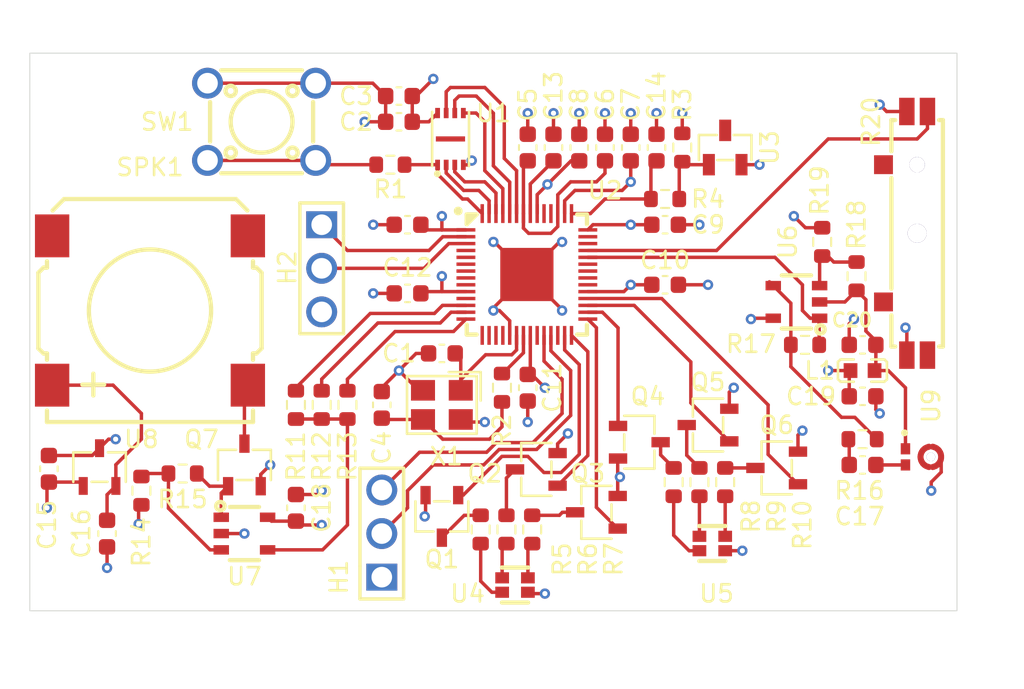
<source format=kicad_pcb>
(kicad_pcb (version 20240108) (generator "pcbnew") (generator_version "8.0")
  (layers (0 "F.Cu" signal) (1 "In1.Cu" signal) (2 "In2.Cu" signal) (31 "B.Cu" signal) (34 "B.Paste" user) (35 "F.Paste" user) (36 "B.SilkS" user "B.Silkscreen") (37 "F.SilkS" user "F.Silkscreen") (38 "B.Mask" user) (39 "F.Mask" user) (44 "Edge.Cuts" user))
  (net 0 "")
  (net 1 "/RP2040/SWD")
  (net 2 "GND")
  (net 3 "/RP2040/SWCLK")
  (net 4 "/RP2040/UART_TX")
  (net 5 "/RP2040/UART_RX")
  (net 6 "VDD_3V3")
  (net 7 "Net-(U6-V-)")
  (net 8 "/RED_LIGHT_RX")
  (net 9 "Net-(Q1-D)")
  (net 10 "/GREEN_LIGHT_RX")
  (net 11 "Net-(Q2-D)")
  (net 12 "Net-(Q3-D)")
  (net 13 "/BLUE_LIGHT_RX")
  (net 14 "/RED_LIGHT_TX")
  (net 15 "Net-(Q4-D)")
  (net 16 "/GREEN_LIGHT_TX")
  (net 17 "Net-(Q5-D)")
  (net 18 "/BLUE_LIGHT_TX")
  (net 19 "Net-(Q6-D)")
  (net 20 "Net-(Q7-D)")
  (net 21 "Net-(Q7-G)")
  (net 25 "/RP2040/ADC_POT_INPUT")
  (net 28 "Net-(SPK1-+)")
  (net 29 "Net-(R1-Pad2)")
  (net 31 "/RP2040/QSPI_SD3")
  (net 32 "/RP2040/QSPI_SD2")
  (net 33 "/RP2040/QSPI_SCLK")
  (net 34 "/RP2040/QSPI_SD0")
  (net 35 "/RP2040/QSPI_SD1")
  (net 36 "/RP2040/QSOI_SS")
  (net 42 "Net-(U2-ADC_AVDD)")
  (net 43 "/RP2040/ADC_AUDIO_INPUT")
  (net 45 "/RP2040/GREEN_SOUND_OUT")
  (net 47 "/RP2040/BLUE_SOUND_OUT")
  (net 49 "Net-(U2-XIN)")
  (net 52 "VDD_1V1")
  (net 55 "/RP2040/RED_SOUND_OUT")
  (net 59 "Net-(U3-CAT)")
  (net 61 "Net-(U4-B)")
  (net 62 "Net-(U4-R)")
  (net 63 "Net-(U4-G)")
  (net 64 "Net-(U5-G)")
  (net 65 "Net-(U5-R)")
  (net 66 "Net-(U5-B)")
  (net 67 "Net-(U6-IN+)")
  (net 68 "Net-(U6-IN-)")
  (net 69 "Net-(U7-IN+)")
  (net 70 "Net-(U7-IN-)")
  (net 71 "Net-(U9-OUT)")
  (net 72 "Net-(X1-OSC2)")
  (net 73 "Net-(C17-Pad1)")
  (net 74 "Net-(U2-XOUT)")
  (footprint "Resistor_SMD:R_0603_1608Metric" (layer "F.Cu") (at 95 72 90)
    (property "Reference" "R12")
    (property "Value" "10k")
  )
  (footprint "Resistor_SMD:R_0603_1608Metric" (layer "F.Cu") (at 105.5 71 90)
    (property "Reference" "R2")
    (property "Value" "1k")
  )
  (footprint "easyeda2kicad:HDR-TH_3P-P2.54-V-M-1" (layer "F.Cu") (at 98.5 79.5 90)
    (property "Reference" "H1")
    (property "Value" "Header-Male-2.54_1x3")
  )
  (footprint "easyeda2kicad:SOT-23-5_L2.9-W1.5-P0.95-LS2.8-BL" (layer "F.Cu") (at 90.5 79.5 -90)
    (property "Reference" "U7")
    (property "Value" "TL071HIDBVR")
  )
  (footprint "Capacitor_SMD:C_0603_1608Metric" (layer "F.Cu") (at 100 65.5 180)
    (property "Reference" "C12")
    (property "Value" "100n")
  )
  (footprint "Capacitor_SMD:C_0603_1608Metric" (layer "F.Cu") (at 100 61.5 180)
    (property "Reference" "C21" (hide yes))
    (property "Value" "100n")
  )
  (footprint "easyeda2kicad:CRYSTAL-SMD_4P-L3.2-W2.5-BL" (layer "F.Cu") (at 102 72 180)
    (property "Reference" "X1")
    (property "Value" "X322512MSB4SI")
  )
  (footprint "Resistor_SMD:R_0603_1608Metric" (layer "F.Cu") (at 107.26 79.26 -90)
    (property "Reference" "R7")
    (property "Value" "800")
  )
  (footprint "Capacitor_SMD:C_0603_1608Metric" (layer "F.Cu") (at 111.5 57 90)
    (property "Reference" "C6")
    (property "Value" "2u2")
  )
  (footprint "Resistor_SMD:R_0603_1608Metric" (layer "F.Cu") (at 126.5 74)
    (property "Reference" "R16")
    (property "Value" "800")
  )
  (footprint "Capacitor_SMD:C_0603_1608Metric" (layer "F.Cu") (at 115 65)
    (property "Reference" "C10")
    (property "Value" "100n")
  )
  (footprint "easyeda2kicad:SOT-23-3_L2.9-W1.6-P1.90-LS2.8-BR" (layer "F.Cu") (at 111 78.26)
    (property "Reference" "Q3")
    (property "Value" "BSS138_C112239")
  )
  (footprint "easyeda2kicad:LQFN-56_L7.0-W7.0-P0.4-EP" (layer "F.Cu") (at 106.95 64.4)
    (property "Reference" "U2")
    (property "Value" "RP2040")
  )
  (footprint "easyeda2kicad:BUZ-SMD_4P-L13.0-W13.0-P11.4-BL" (layer "F.Cu") (at 85 66.5)
    (property "Reference" "SPK1")
    (property "Value" "GSPK1304S-8R0.5W")
  )
  (footprint "Capacitor_SMD:C_0603_1608Metric" (layer "F.Cu") (at 108.5 57 90)
    (property "Reference" "C13")
    (property "Value" "100n")
  )
  (footprint "Resistor_SMD:R_0603_1608Metric" (layer "F.Cu") (at 96.5 72 90)
    (property "Reference" "R13")
    (property "Value" "10k")
  )
  (footprint "Capacitor_SMD:C_0603_1608Metric" (layer "F.Cu") (at 79.1125 75.725 -90)
    (property "Reference" "C15")
    (property "Value" "1u")
  )
  (footprint "Capacitor_SMD:C_0603_1608Metric" (layer "F.Cu") (at 107 71 -90)
    (property "Reference" "C11")
    (property "Value" "100n")
  )
  (footprint "Resistor_SMD:R_0603_1608Metric" (layer "F.Cu") (at 126.15 64.5 90)
    (property "Reference" "R18")
    (property "Value" "100k")
  )
  (footprint "easyeda2kicad:SOT-23-3_L3.0-W1.7-P0.95-LS2.9-BR" (layer "F.Cu") (at 82.0625 75.625 -90)
    (property "Reference" "U8")
    (property "Value" "ME6206A20M3G")
  )
  (footprint "Capacitor_SMD:C_0603_1608Metric" (layer "F.Cu") (at 114.5 57 90)
    (property "Reference" "C14")
    (property "Value" "2u2")
  )
  (footprint "easyeda2kicad:SOT-23-3_L2.9-W1.3-P1.90-LS2.4-BR" (layer "F.Cu") (at 118.5 57 -90)
    (property "Reference" "U3")
    (property "Value" "LM4040C30FTA")
  )
  (footprint "Capacitor_SMD:C_0603_1608Metric" (layer "F.Cu") (at 93.5 78 90)
    (property "Reference" "C18")
    (property "Value" "1u")
  )
  (footprint "easyeda2kicad:SOT-23-3_L2.9-W1.6-P1.90-LS2.8-BR" (layer "F.Cu") (at 117.5 73.175)
    (property "Reference" "Q5")
    (property "Value" "BSS138_C112239")
  )
  (footprint "Capacitor_SMD:C_0603_1608Metric" (layer "F.Cu") (at 126.5 68.5 180)
    (property "Reference" "C20")
    (property "Value" "1u")
  )
  (footprint "Resistor_SMD:R_0603_1608Metric" (layer "F.Cu") (at 86.9 76 180)
    (property "Reference" "R15")
    (property "Value" "20k")
  )
  (footprint "easyeda2kicad:LED-SMD_4P-L1.6-W1.5-BL-1" (layer "F.Cu") (at 117.75 80.08)
    (property "Reference" "U5")
    (property "Value" "A-SP1923XR6GHB1C-M01-3T")
  )
  (footprint "Resistor_SMD:R_0603_1608Metric" (layer "F.Cu") (at 93.5 72 90)
    (property "Reference" "R11")
    (property "Value" "10k")
  )
  (footprint "Resistor_SMD:R_0603_1608Metric" (layer "F.Cu") (at 84.5 77 90)
    (property "Reference" "R14")
    (property "Value" "10k")
  )
  (footprint "Resistor_SMD:R_0603_1608Metric" (layer "F.Cu") (at 115 60)
    (property "Reference" "R4")
    (property "Value" "1")
  )
  (footprint "easyeda2kicad:HDR-TH_3P-P2.54-V-M-1" (layer "F.Cu") (at 95 64.04 -90)
    (property "Reference" "H2")
    (property "Value" "Header-Male-2.54_1x3")
  )
  (footprint "Capacitor_SMD:C_0603_1608Metric" (layer "F.Cu") (at 126.5 71.5)
    (property "Reference" "C19")
    (property "Value" "1u")
  )
  (footprint "easyeda2kicad:SOT-23-3_L2.9-W1.6-P1.90-LS2.8-BR" (layer "F.Cu") (at 107.5 75.76)
    (property "Reference" "Q2")
    (property "Value" "BSS138_C112239")
  )
  (footprint "Resistor_SMD:R_0603_1608Metric" (layer "F.Cu") (at 117 76.5 -90)
    (property "Reference" "R9")
    (property "Value" "800")
  )
  (footprint "easyeda2kicad:SW-TH_4P-L6.0-W6.0-P4.50-LS6.3" (layer "F.Cu") (at 91.5 55.5 180)
    (property "Reference" "SW1")
    (property "Value" "TSD001A05526A")
  )
  (footprint "Capacitor_SMD:C_0603_1608Metric" (layer "F.Cu") (at 115 61.5)
    (property "Reference" "C9")
    (property "Value" "100n")
  )
  (footprint "Resistor_SMD:R_0603_1608Metric" (layer "F.Cu") (at 99 58 180)
    (property "Reference" "R1")
    (property "Value" "1k")
  )
  (footprint "Resistor_SMD:R_0603_1608Metric" (layer "F.Cu") (at 115.5 76.5 -90)
    (property "Reference" "R8")
    (property "Value" "500")
  )
  (footprint "Capacitor_SMD:C_0603_1608Metric" (layer "F.Cu") (at 102 69 180)
    (property "Reference" "C1")
    (property "Value" "15p")
  )
  (footprint "Capacitor_SMD:C_0603_1608Metric" (layer "F.Cu") (at 110 57 90)
    (property "Reference" "C8")
    (property "Value" "100n")
  )
  (footprint "easyeda2kicad:USON-8_L3.0-W2.0-P0.50-BL-EP" (layer "F.Cu") (at 102.5 56.5)
    (property "Reference" "U1")
    (property "Value" "W25Q16JVUXIQ")
  )
  (footprint "easyeda2kicad:SOT-23-3_L2.9-W1.6-P1.90-LS2.8-BR" (layer "F.Cu") (at 121.5 75.675)
    (property "Reference" "Q6")
    (property "Value" "BSS138_C112239")
  )
  (footprint "easyeda2kicad:SOT-23-3_L2.9-W1.6-P1.90-LS2.8-BR" (layer "F.Cu") (at 90.5 75.5 -90)
    (property "Reference" "Q7")
    (property "Value" "BSS138_C112239")
  )
  (footprint "Capacitor_SMD:C_0603_1608Metric" (layer "F.Cu") (at 99.5 55.5 180)
    (property "Reference" "C2")
    (property "Value" "100n")
  )
  (footprint "easyeda2kicad:SOT-23-3_L2.9-W1.6-P1.90-LS2.8-BR" (layer "F.Cu") (at 102 78.5 90)
    (property "Reference" "Q1")
    (property "Value" "BSS138_C112239")
  )
  (footprint "Capacitor_SMD:C_0603_1608Metric" (layer "F.Cu") (at 82.5 79.5 -90)
    (property "Reference" "C16")
    (property "Value" "1u")
  )
  (footprint "easyeda2kicad:MIC-SMD_3P-L2.8-W1.9_ZTS6056" (layer "F.Cu") (at 130.04 75.03 90)
    (property "Reference" "U9")
    (property "Value" "LMA2718B381-OA5-2")
  )
  (footprint "Capacitor_SMD:C_0603_1608Metric" (layer "F.Cu") (at 99.5 54 180)
    (property "Reference" "C3")
    (property "Value" "2u2")
  )
  (footprint "Capacitor_SMD:C_0603_1608Metric" (layer "F.Cu") (at 126.5 75.5)
    (property "Reference" "C17")
    (property "Value" "1u")
  )
  (footprint "easyeda2kicad:L0603" (layer "F.Cu") (at 126.5 70)
    (property "Reference" "L1")
    (property "Value" "GZ1608D601TF")
  )
  (footprint "Resistor_SMD:R_0603_1608Metric" (layer "F.Cu") (at 123.15 68.5)
    (property "Reference" "R17")
    (property "Value" "800")
  )
  (footprint "Resistor_SMD:R_0603_1608Metric" (layer "F.Cu") (at 116 57 90)
    (property "Reference" "R3")
    (property "Value" "200")
  )
  (footprint "Resistor_SMD:R_0603_1608Metric" (layer "F.Cu") (at 104.26 79.26 -90)
    (property "Reference" "R5")
    (property "Value" "500")
  )
  (footprint "Capacitor_SMD:C_0603_1608Metric" (layer "F.Cu") (at 98.5 72 90)
    (property "Reference" "C4")
    (property "Value" "15p")
  )
  (footprint "easyeda2kicad:SOT-23-3_L2.9-W1.6-P1.90-LS2.8-BR" (layer "F.Cu") (at 113.5 74.175 180)
    (property "Reference" "Q4")
    (property "Value" "BSS138_C112239")
  )
  (footprint "easyeda2kicad:RES-ADJ-SMD_L13.2-W3.0_RS08U111Z001" (layer "F.Cu") (at 129 62 -90)
    (property "Reference" "R20")
    (property "Value" "RS08U111Z001")
  )
  (footprint "Capacitor_SMD:C_0603_1608Metric" (layer "F.Cu") (at 107 57 90)
    (property "Reference" "C5")
    (property "Value" "100n")
  )
  (footprint "Resistor_SMD:R_0603_1608Metric" (layer "F.Cu") (at 118.5 76.5 -90)
    (property "Reference" "R10")
    (property "Value" "800")
  )
  (footprint "easyeda2kicad:SOT-23-5_L2.9-W1.5-P0.95-LS2.8-BL" (layer "F.Cu") (at 122.65 66 90)
    (property "Reference" "U6")
    (property "Value" "TL071HIDBVR")
  )
  (footprint "Capacitor_SMD:C_0603_1608Metric" (layer "F.Cu") (at 113 57 90)
    (property "Reference" "C7")
    (property "Value" "2u2")
  )
  (footprint "Resistor_SMD:R_0603_1608Metric" (layer "F.Cu") (at 105.76 79.26 -90)
    (property "Reference" "R6")
    (property "Value" "800")
  )
  (footprint "easyeda2kicad:LED-SMD_4P-L1.6-W1.5-BL-1" (layer "F.Cu") (at 106.26 82.5)
    (property "Reference" "U4")
    (property "Value" "A-SP1923XR6GHB1C-M01-3T")
  )
  (footprint "Resistor_SMD:R_0603_1608Metric" (layer "F.Cu") (at 124.15 62.5 -90)
    (property "Reference" "R19")
    (property "Value" "100k")
  )
  (gr_rect (start 78 51.5) (end 132 84) (stroke (width 0.05)) (fill none) (layer "Edge.Cuts"))
  (segment (start 108.35 67.95) (end 108.35 68.85) (width 0.2) (layer "F.Cu") (net 1))
  (segment (start 100 77) (end 100 78) (width 0.2) (layer "F.Cu") (net 1))
  (segment (start 108.35 68.85) (end 109.5 70) (width 0.2) (layer "F.Cu") (net 1))
  (segment (start 109.5 70) (end 109.5 72.615) (width 0.2) (layer "F.Cu") (net 1))
  (segment (start 107.515 74.6) (end 105.334314 74.6) (width 0.2) (layer "F.Cu") (net 1))
  (segment (start 109.5 72.615) (end 107.515 74.6) (width 0.2) (layer "F.Cu") (net 1))
  (segment (start 101.5 75.5) (end 100 77) (width 0.2) (layer "F.Cu") (net 1))
  (segment (start 100 78) (end 98.5 79.5) (width 0.2) (layer "F.Cu") (net 1))
  (segment (start 105.334314 74.6) (end 104.434314 75.5) (width 0.2) (layer "F.Cu") (net 1))
  (segment (start 104.434314 75.5) (end 101.5 75.5) (width 0.2) (layer "F.Cu") (net 1))
  (segment (start 105.95 67.95) (end 105.95 67.1) (width 0.2) (layer "F.Cu") (net 2))
  (segment (start 98 61.5) (end 99.225 61.5) (width 0.2) (layer "F.Cu") (net 2))
  (segment (start 125.725 68.5) (end 125.725 67.275) (width 0.2) (layer "F.Cu") (net 2))
  (segment (start 129.08 67.58) (end 129 67.5) (width 0.2) (layer "F.Cu") (net 2))
  (segment (start 113 56.225) (end 113 55) (width 0.2) (layer "F.Cu") (net 2))
  (segment (start 122.74 74.725) (end 122.74 73.76) (width 0.2) (layer "F.Cu") (net 2))
  (segment (start 120.05 66.95) (end 120 67) (width 0.2) (layer "F.Cu") (net 2))
  (segment (start 98.5 71.225) (end 98.5 71) (width 0.2) (layer "F.Cu") (net 2))
  (segment (start 98.725 54) (end 98.725 55.5) (width 0.2) (layer "F.Cu") (net 2))
  (segment (start 103.25 73) (end 103.1 72.85) (width 0.2) (layer "F.Cu") (net 2))
  (segment (start 100.65 71.15) (end 99.5 70) (width 0.2) (layer "F.Cu") (net 2))
  (segment (start 79 76.6125) (end 79.1125 76.5) (width 0.2) (layer "F.Cu") (net 2))
  (segment (start 123.175 61.675) (end 122.5 61) (width 0.2) (layer "F.Cu") (net 2))
  (segment (start 94.65 53.25) (end 97.975 53.25) (width 0.2) (layer "F.Cu") (net 2))
  (segment (start 98 65.5) (end 99.225 65.5) (width 0.2) (layer "F.Cu") (net 2))
  (segment (start 130.5 77) (end 130.5 76.5) (width 0.2) (layer "F.Cu") (net 2))
  (segment (start 84.33604 77.98896) (end 84.5 77.825) (width 0.2) (layer "F.Cu") (net 2))
  (segment (start 111.5 56.225) (end 111.5 55) (width 0.2) (layer "F.Cu") (net 2))
  (segment (start 127.275 72.275) (end 127.5 72.5) (width 0.2) (layer "F.Cu") (net 2))
  (segment (start 84.33604 78.951117) (end 84.33604 77.98896) (width 0.2) (layer "F.Cu") (net 2))
  (segment (start 129.08 69.1) (end 129.08 67.58) (width 0.2) (layer "F.Cu") (net 2))
  (segment (start 107 55) (end 107 56.225) (width 0.2) (layer "F.Cu") (net 2))
  (segment (start 100.5 69) (end 101.225 69) (width 0.2) (layer "F.Cu") (net 2))
  (segment (start 108.85 62.5) (end 106.95 64.4) (width 0.2) (layer "F.Cu") (net 2))
  (segment (start 114.5 56.225) (end 114.5 55) (width 0.2) (layer "F.Cu") (net 2))
  (segment (start 103.1 72.85) (end 102.85 72.85) (width 0.2) (layer "F.Cu") (net 2))
  (segment (start 125.725 68.5) (end 125.5 68.275) (width 0.2) (layer "F.Cu") (net 2))
  (segment (start 118.74 71.26) (end 119 71) (width 0.2) (layer "F.Cu") (net 2))
  (segment (start 91.45 76.74) (end 91.45 76.05) (width 0.2) (layer "F.Cu") (net 2))
  (segment (start 93.5 77.225) (end 94.775 77.225) (width 0.2) (layer "F.Cu") (net 2))
  (segment (start 108.74 74.267451) (end 109.340857 73.666594) (width 0.2) (layer "F.Cu") (net 2))
  (segment (start 103.740417 57.759582) (end 103.489999 58.01) (width 0.2) (layer "F.Cu") (net 2))
  (segment (start 90.5 79.5) (end 89.15 79.5) (width 0.2) (layer "F.Cu") (net 2))
  (segment (start 80.8875 76.5) (end 81.1125 76.725) (width 0.2) (layer "F.Cu") (net 2))
  (segment (start 112.24 75.145) (end 112.26 75.125) (width 0.2) (layer "F.Cu") (net 2))
  (segment (start 127.275 71.5) (end 127.275 72.275) (width 0.2) (layer "F.Cu") (net 2))
  (segment (start 109 66.5) (end 109 66.45) (width 0.2) (layer "F.Cu") (net 2))
  (segment (start 108.5 56.225) (end 108.5 55) (width 0.2) (layer "F.Cu") (net 2))
  (segment (start 131.08 75.92) (end 131.08 75.03) (width 0.2) (layer "F.Cu") (net 2))
  (segment (start 101.15 71.15) (end 100.9 71.15) (width 0.2) (layer "F.Cu") (net 2))
  (segment (start 79.1125 76.5) (end 80.8875 76.5) (width 0.2) (layer "F.Cu") (net 2))
  (segment (start 125.725 67.275) (end 126 67) (width 0.2) (layer "F.Cu") (net 2))
  (segment (start 121.3 66.95) (end 120.05 66.95) (width 0.2) (layer "F.Cu") (net 2))
  (segment (start 109 62.5) (end 108.85 62.5) (width 0.2) (layer "F.Cu") (net 2))
  (segment (start 119.45 58) (end 120.5 58) (width 0.2) (layer "F.Cu") (net 2))
  (segment (start 82.5 81.5) (end 82.5 80.275) (width 0.2) (layer "F.Cu") (net 2))
  (segment (start 105.35 66.5) (end 105 66.5) (width 0.2) (layer "F.Cu") (net 2))
  (segment (start 88.35 53.25) (end 94.65 53.25) (width 0.2) (layer "F.Cu") (net 2))
  (segment (start 105.95 67.1) (end 105.35 66.5) (width 0.2) (layer "F.Cu") (net 2))
  (segment (start 104.5 73) (end 103.25 73) (width 0.2) (layer "F.Cu") (net 2))
  (segment (start 122.74 73.76) (end 123 73.5) (width 0.2) (layer "F.Cu") (net 2))
  (segment (start 97.5 55.5) (end 98.725 55.5) (width 0.2) (layer "F.Cu") (net 2))
  (segment (start 117.5 65) (end 115.775 65) (width 0.2) (layer "F.Cu") (net 2))
  (segment (start 105 66.35) (end 106.95 64.4) (width 0.2) (layer "F.Cu") (net 2))
  (segment (start 94.775 77.225) (end 95 77) (width 0.2) (layer "F.Cu") (net 2))
  (segment (start 100.9 71.15) (end 100.65 71.15) (width 0.2) (layer "F.Cu") (net 2))
  (segment (start 105.05 62.5) (end 106.95 64.4) (width 0.2) (layer "F.Cu") (net 2))
  (segment (start 109 66.45) (end 106.95 64.4) (width 0.2) (layer "F.Cu") (net 2))
  (segment (start 98.5 71) (end 99.5 70) (width 0.2) (layer "F.Cu") (net 2))
  (segment (start 124.15 61.675) (end 123.175 61.675) (width 0.2) (layer "F.Cu") (net 2))
  (segment (start 103.489999 58.01) (end 103.25 58.01) (width 0.2) (layer "F.Cu") (net 2))
  (segment (start 107 73) (end 107 71.775) (width 0.2) (layer "F.Cu") (net 2))
  (segment (start 105 62.5) (end 105.05 62.5) (width 0.2) (layer "F.Cu") (net 2))
  (segment (start 110 55) (end 110 56.225) (width 0.2) (layer "F.Cu") (net 2))
  (segment (start 101.05 77.26) (end 101.05 78.45) (width 0.2) (layer "F.Cu") (net 2))
  (segment (start 115.775 61.5) (end 117 61.5) (width 0.2) (layer "F.Cu") (net 2))
  (segment (start 99.5 70) (end 100.5 69) (width 0.2) (layer "F.Cu") (net 2))
  (segment (start 108.74 74.81) (end 108.74 74.267451) (width 0.2) (layer "F.Cu") (net 2))
  (segment (start 79 78) (end 79 76.6125) (width 0.2) (layer "F.Cu") (net 2))
  (segment (start 97.975 53.25) (end 98.725 54) (width 0.2) (layer "F.Cu") (net 2))
  (segment (start 118.74 72.225) (end 118.74 71.26) (width 0.2) (layer "F.Cu") (net 2))
  (segment (start 101.05 78.45) (end 101 78.5) (width 0.2) (layer "F.Cu") (net 2))
  (segment (start 91.45 76.05) (end 92 75.5) (width 0.2) (layer "F.Cu") (net 2))
  (segment (start 112.24 77.31) (end 112.24 75.145) (width 0.2) (layer "F.Cu") (net 2))
  (segment (start 130.5 76.5) (end 131.08 75.92) (width 0.2) (layer "F.Cu") (net 2))
  (segment (start 105 66.5) (end 105 66.35) (width 0.2) (layer "F.Cu") (net 2))
  (via (at 119 71) (size 0.6) (drill 0.3) (layers "F.Cu" "B.Cu") (net 2))
  (via (at 130.5 77) (size 0.6) (drill 0.3) (layers "F.Cu" "B.Cu") (net 2))
  (via (at 104.5 73) (size 0.6) (drill 0.3) (layers "F.Cu" "B.Cu") (net 2))
  (via (at 79 78) (size 0.6) (drill 0.3) (layers "F.Cu" "B.Cu") (net 2))
  (via (at 123 73.5) (size 0.6) (drill 0.3) (layers "F.Cu" "B.Cu") (net 2))
  (via (at 126 67) (size 0.6) (drill 0.3) (layers "F.Cu" "B.Cu") (net 2))
  (via (at 98 61.5) (size 0.6) (drill 0.3) (layers "F.Cu" "B.Cu") (net 2))
  (via (at 117 61.5) (size 0.6) (drill 0.3) (layers "F.Cu" "B.Cu") (net 2))
  (via (at 120 67) (size 0.6) (drill 0.3) (layers "F.Cu" "B.Cu") (net 2))
  (via (at 109 66.5) (size 0.6) (drill 0.3) (layers "F.Cu" "B.Cu") (net 2))
  (via (at 105 62.5) (size 0.6) (drill 0.3) (layers "F.Cu" "B.Cu") (net 2))
  (via (at 120.5 58) (size 0.6) (drill 0.3) (layers "F.Cu" "B.Cu") (net 2))
  (via (at 107 55) (size 0.6) (drill 0.3) (layers "F.Cu" "B.Cu") (net 2))
  (via (at 110 55) (size 0.6) (drill 0.3) (layers "F.Cu" "B.Cu") (net 2))
  (via (at 127.5 72.5) (size 0.6) (drill 0.3) (layers "F.Cu" "B.Cu") (net 2))
  (via (at 114.5 55) (size 0.6) (drill 0.3) (layers "F.Cu" "B.Cu") (net 2))
  (via (at 97.5 55.5) (size 0.6) (drill 0.3) (layers "F.Cu" "B.Cu") (net 2))
  (via (at 84.33604 78.951117) (size 0.6) (drill 0.3) (layers "F.Cu" "B.Cu") (net 2))
  (via (at 101 78.5) (size 0.6) (drill 0.3) (layers "F.Cu" "B.Cu") (net 2))
  (via (at 103.740417 57.759582) (size 0.6) (drill 0.3) (layers "F.Cu" "B.Cu") (net 2))
  (via (at 95 77) (size 0.6) (drill 0.3) (layers "F.Cu" "B.Cu") (net 2))
  (via (at 90.5 79.5) (size 0.6) (drill 0.3) (layers "F.Cu" "B.Cu") (net 2))
  (via (at 109.340857 73.666594) (size 0.6) (drill 0.3) (layers "F.Cu" "B.Cu") (net 2))
  (via (at 92 75.5) (size 0.6) (drill 0.3) (layers "F.Cu" "B.Cu") (net 2))
  (via (at 98 65.5) (size 0.6) (drill 0.3) (layers "F.Cu" "B.Cu") (net 2))
  (via (at 112.369791 76.201447) (size 0.6) (drill 0.3) (layers "F.Cu" "B.Cu") (net 2))
  (via (at 107 73) (size 0.6) (drill 0.3) (layers "F.Cu" "B.Cu") (net 2))
  (via (at 105 66.5) (size 0.6) (drill 0.3) (layers "F.Cu" "B.Cu") (net 2))
  (via (at 129 67.5) (size 0.6) (drill 0.3) (layers "F.Cu" "B.Cu") (net 2))
  (via (at 111.5 55) (size 0.6) (drill 0.3) (layers "F.Cu" "B.Cu") (net 2))
  (via (at 113 55) (size 0.6) (drill 0.3) (layers "F.Cu" "B.Cu") (net 2))
  (via (at 117.5 65) (size 0.6) (drill 0.3) (layers "F.Cu" "B.Cu") (net 2))
  (via (at 82.5 81.5) (size 0.6) (drill 0.3) (layers "F.Cu" "B.Cu") (net 2))
  (via (at 109 62.5) (size 0.6) (drill 0.3) (layers "F.Cu" "B.Cu") (net 2))
  (via (at 99.5 70) (size 0.6) (drill 0.3) (layers "F.Cu" "B.Cu") (net 2))
  (via (at 122.5 61) (size 0.6) (drill 0.3) (layers "F.Cu" "B.Cu") (net 2))
  (via (at 108.5 55) (size 0.6) (drill 0.3) (layers "F.Cu" "B.Cu") (net 2))
  (segment (start 100.7 74.76) (end 98.5 76.96) (width 0.2) (layer "F.Cu") (net 3))
  (segment (start 105.168628 74.2) (end 104.608628 74.76) (width 0.2) (layer "F.Cu") (net 3))
  (segment (start 107.95 67.95) (end 107.95 69.45) (width 0.2) (layer "F.Cu") (net 3))
  (segment (start 107.95 69.45) (end 109 70.5) (width 0.2) (layer "F.Cu") (net 3))
  (segment (start 104.608628 74.76) (end 100.7 74.76) (width 0.2) (layer "F.Cu") (net 3))
  (segment (start 107.3 74.2) (end 105.168628 74.2) (width 0.2) (layer "F.Cu") (net 3))
  (segment (start 109 70.5) (end 109 72.5) (width 0.2) (layer "F.Cu") (net 3))
  (segment (start 109 72.5) (end 107.3 74.2) (width 0.2) (layer "F.Cu") (net 3))
  (segment (start 103.4 62.2) (end 102.05 62.2) (width 0.2) (layer "F.Cu") (net 4))
  (segment (start 102.05 62.2) (end 101.25 63) (width 0.2) (layer "F.Cu") (net 4))
  (segment (start 101.25 63) (end 96.5 63) (width 0.2) (layer "F.Cu") (net 4))
  (segment (start 96.5 63) (end 95 61.5) (width 0.2) (layer "F.Cu") (net 4))
  (segment (start 103.4 62.6) (end 102.4 62.6) (width 0.2) (layer "F.Cu") (net 5))
  (segment (start 100.96 64.04) (end 95 64.04) (width 0.2) (layer "F.Cu") (net 5))
  (segment (start 102.4 62.6) (end 100.96 64.04) (width 0.2) (layer "F.Cu") (net 5))
  (segment (start 107.15 70.075) (end 107.15 67.95) (width 0.2) (layer "F.Cu") (net 6))
  (segment (start 107 70.225) (end 107.15 70.075) (width 0.2) (layer "F.Cu") (net 6))
  (segment (start 81.6375 74.95) (end 82.0625 74.525) (width 0.2) (layer "F.Cu") (net 6))
  (segment (start 113 61.5) (end 110.8 61.5) (width 0.2) (layer "F.Cu") (net 6))
  (segment (start 100.275 55.5) (end 101.24 55.5) (width 0.2) (layer "F.Cu") (net 6))
  (segment (start 114.225 65) (end 113 65) (width 0.2) (layer "F.Cu") (net 6))
  (segment (start 100.275 54) (end 100.5 54) (width 0.2) (layer "F.Cu") (net 6))
  (segment (start 100.5 54) (end 101.5 53) (width 0.2) (layer "F.Cu") (net 6))
  (segment (start 107.55 59.75) (end 107.55 60.85) (width 0.2) (layer "F.Cu") (net 6))
  (segment (start 108.5 57.775) (end 107.15 59.125) (width 0.2) (layer "F.Cu") (net 6))
  (segment (start 112.6 65.4) (end 113 65) (width 0.2) (layer "F.Cu") (net 6))
  (segment (start 127.9 54.9) (end 127.5 54.5) (width 0.2) (layer "F.Cu") (net 6))
  (segment (start 110 57.775) (end 109.525 57.775) (width 0.2) (layer "F.Cu") (net 6))
  (segment (start 102 61) (end 102 61.8) (width 0.2) (layer "F.Cu") (net 6))
  (segment (start 118.5 80.5) (end 119.5 80.5) (width 0.2) (layer "F.Cu") (net 6))
  (segment (start 125.725 70.075) (end 125.8 70) (width 0.2) (layer "F.Cu") (net 6))
  (segment (start 113 59) (end 113 57.775) (width 0.2) (layer "F.Cu") (net 6))
  (segment (start 114.225 61.5) (end 113 61.5) (width 0.2) (layer "F.Cu") (net 6))
  (segment (start 102 61.8) (end 101.075 61.8) (width 0.2) (layer "F.Cu") (net 6))
  (segment (start 102 64.5) (end 102 65.4) (width 0.2) (layer "F.Cu") (net 6))
  (segment (start 107.15 59.125) (end 107.15 60.85) (width 0.2) (layer "F.Cu") (net 6))
  (segment (start 93.5 78.775) (end 92.075 78.775) (width 0.2) (layer "F.Cu") (net 6))
  (segment (start 100.875 65.4) (end 100.775 65.5) (width 0.2) (layer "F.Cu") (net 6))
  (segment (start 83 74) (end 82.5875 74) (width 0.2) (layer "F.Cu") (net 6))
  (segment (start 103.4 65.4) (end 102 65.4) (width 0.2) (layer "F.Cu") (net 6))
  (segment (start 82.5875 74) (end 82.0625 74.525) (width 0.2) (layer "F.Cu") (net 6))
  (segment (start 102 65.4) (end 100.875 65.4) (width 0.2) (layer "F.Cu") (net 6))
  (segment (start 129.08 54.9) (end 127.9 54.9) (width 0.2) (layer "F.Cu") (net 6))
  (segment (start 101.075 61.8) (end 100.775 61.5) (width 0.2) (layer "F.Cu") (net 6))
  (segment (start 79.1125 74.95) (end 81.6375 74.95) (width 0.2) (layer "F.Cu") (net 6))
  (segment (start 108.15 59.15) (end 107.55 59.75) (width 0.2) (layer "F.Cu") (net 6))
  (segment (start 112.5 59.5) (end 113 59) (width 0.2) (layer "F.Cu") (net 6))
  (segment (start 116 56.175) (end 116 55) (width 0.2) (layer "F.Cu") (net 6))
  (segment (start 92.075 78.775) (end 91.85 78.55) (width 0.2) (layer "F.Cu") (net 6))
  (segment (start 107.225 70.225) (end 108 71) (width 0.2) (layer "F.Cu") (net 6))
  (segment (start 125.725 71.5) (end 125.725 70.075) (width 0.2) (layer "F.Cu") (net 6))
  (segment (start 109.15 60.85) (end 109.15 60.1) (width 0.2) (layer "F.Cu") (net 6))
  (segment (start 95 79) (end 93.725 79) (width 0.2) (layer "F.Cu") (net 6))
  (segment (start 101.24 55.5) (end 101.75 54.99) (width 0.2) (layer "F.Cu") (net 6))
  (segment (start 109.75 59.5) (end 112.5 59.5) (width 0.2) (layer "F.Cu") (net 6))
  (segment (start 103.4 61.8) (end 102 61.8) (width 0.2) (layer "F.Cu") (net 6))
  (segment (start 100.275 54) (end 100.275 55.5) (width 0.2) (layer "F.Cu") (net 6))
  (segment (start 109.525 57.775) (end 108.15 59.15) (width 0.2) (layer "F.Cu") (net 6))
  (segment (start 93.725 79) (end 93.5 78.775) (width 0.2) (layer "F.Cu") (net 6))
  (segment (start 110.5 65.4) (end 112.6 65.4) (width 0.2) (layer "F.Cu") (net 6))
  (segment (start 108 83) (end 107.09 83) (width 0.2) (layer "F.Cu") (net 6))
  (segment (start 109.15 60.1) (end 109.75 59.5) (width 0.2) (layer "F.Cu") (net 6))
  (segment (start 110.8 61.5) (end 110.5 61.8) (width 0.2) (layer "F.Cu") (net 6))
  (segment (start 107 70.225) (end 107.225 70.225) (width 0.2) (layer "F.Cu") (net 6))
  (segment (start 107.09 83) (end 107.01 82.92) (width 0.2) (layer "F.Cu") (net 6))
  (segment (start 125.8 70) (end 124.5 70) (width 0.2) (layer "F.Cu") (net 6))
  (via (at 102 61) (size 0.6) (drill 0.3) (layers "F.Cu" "B.Cu") (net 6))
  (via (at 108 71) (size 0.6) (drill 0.3) (layers "F.Cu" "B.Cu") (net 6))
  (via (at 101.5 53) (size 0.6) (drill 0.3) (layers "F.Cu" "B.Cu") (net 6))
  (via (at 113 61.5) (size 0.6) (drill 0.3) (layers "F.Cu" "B.Cu") (net 6))
  (via (at 113 59) (size 0.6) (drill 0.3) (layers "F.Cu" "B.Cu") (net 6))
  (via (at 102 64.5) (size 0.6) (drill 0.3) (layers "F.Cu" "B.Cu") (net 6))
  (via (at 95 79) (size 0.6) (drill 0.3) (layers "F.Cu" "B.Cu") (net 6))
  (via (at 116 55) (size 0.6) (drill 0.3) (layers "F.Cu" "B.Cu") (net 6))
  (via (at 108.15 59.15) (size 0.6) (drill 0.3) (layers "F.Cu" "B.Cu") (net 6))
  (via (at 108 83) (size 0.6) (drill 0.3) (layers "F.Cu" "B.Cu") (net 6))
  (via (at 113 65) (size 0.6) (drill 0.3) (layers "F.Cu" "B.Cu") (net 6))
  (via (at 119.5 80.5) (size 0.6) (drill 0.3) (layers "F.Cu" "B.Cu") (net 6))
  (via (at 124.5 70) (size 0.6) (drill 0.3) (layers "F.Cu" "B.Cu") (net 6))
  (via (at 83 74) (size 0.6) (drill 0.3) (layers "F.Cu" "B.Cu") (net 6))
  (via (at 127.5 54.5) (size 0.6) (drill 0.3) (layers "F.Cu" "B.Cu") (net 6))
  (segment (start 127.275 69.925) (end 127.2 70) (width 0.2) (layer "F.Cu") (net 7))
  (segment (start 124 66) (end 125.475 66) (width 0.2) (layer "F.Cu") (net 7))
  (segment (start 129 71) (end 129 74.56) (width 0.2) (layer "F.Cu") (net 7))
  (segment (start 126.695384 67.695384) (end 126.695384 65.870384) (width 0.2) (layer "F.Cu") (net 7))
  (segment (start 126.695384 65.870384) (end 126.15 65.325) (width 0.2) (layer "F.Cu") (net 7))
  (segment (start 127.275 68.5) (end 127.275 68.275) (width 0.2) (layer "F.Cu") (net 7))
  (segment (start 127.275 68.5) (end 127.275 69.925) (width 0.2) (layer "F.Cu") (net 7))
  (segment (start 127.275 68.275) (end 126.695384 67.695384) (width 0.2) (layer "F.Cu") (net 7))
  (segment (start 128 70) (end 129 71) (width 0.2) (layer "F.Cu") (net 7))
  (segment (start 125.475 66) (end 126.15 65.325) (width 0.2) (layer "F.Cu") (net 7))
  (segment (start 127.2 70) (end 128 70) (width 0.2) (layer "F.Cu") (net 7))
  (segment (start 108.942157 75.942157) (end 107.942157 75.942157) (width 0.2) (layer "F.Cu") (net 8))
  (segment (start 109.15 67.95) (end 109.15 68.8) (width 0.2) (layer "F.Cu") (net 8))
  (segment (start 107 75) (end 105.5 75) (width 0.2) (layer "F.Cu") (net 8))
  (segment (start 105.5 75) (end 103.24 77.26) (width 0.2) (layer "F.Cu") (net 8))
  (segment (start 110 74.884314) (end 108.942157 75.942157) (width 0.2) (layer "F.Cu") (net 8))
  (segment (start 107.942157 75.942157) (end 107 75) (width 0.2) (layer "F.Cu") (net 8))
  (segment (start 103.24 77.26) (end 102.95 77.26) (width 0.2) (layer "F.Cu") (net 8))
  (segment (start 109.15 68.8) (end 110 69.65) (width 0.2) (layer "F.Cu") (net 8))
  (segment (start 110 69.65) (end 110 74.884314) (width 0.2) (layer "F.Cu") (net 8))
  (segment (start 103.305 78.435) (end 102 79.74) (width 0.2) (layer "F.Cu") (net 9))
  (segment (start 104.26 78.435) (end 103.305 78.435) (width 0.2) (layer "F.Cu") (net 9))
  (segment (start 110.5 74.95) (end 110.5 68.9) (width 0.2) (layer "F.Cu") (net 10))
  (segment (start 108.74 76.71) (end 110.5 74.95) (width 0.2) (layer "F.Cu") (net 10))
  (segment (start 110.5 68.9) (end 109.55 67.95) (width 0.2) (layer "F.Cu") (net 10))
  (segment (start 105.76 78.435) (end 105.76 76.26) (width 0.2) (layer "F.Cu") (net 11))
  (segment (start 105.76 76.26) (end 106.26 75.76) (width 0.2) (layer "F.Cu") (net 11))
  (segment (start 109.76 78.26) (end 109.02 78.26) (width 0.2) (layer "F.Cu") (net 12))
  (segment (start 107.26 78.435) (end 108.845 78.435) (width 0.2) (layer "F.Cu") (net 12))
  (segment (start 109.02 78.26) (end 108.845 78.435) (width 0.2) (layer "F.Cu") (net 12))
  (segment (start 111 67.5) (end 111 77.97) (width 0.2) (layer "F.Cu") (net 13))
  (segment (start 111 77.97) (end 112.24 79.21) (width 0.2) (layer "F.Cu") (net 13))
  (segment (start 110.5 67) (end 111 67.5) (width 0.2) (layer "F.Cu") (net 13))
  (segment (start 112.26 67.51) (end 111.35 66.6) (width 0.2) (layer "F.Cu") (net 14))
  (segment (start 112.26 73.225) (end 112.26 67.51) (width 0.2) (layer "F.Cu") (net 14))
  (segment (start 111.35 66.6) (end 110.5 66.6) (width 0.2) (layer "F.Cu") (net 14))
  (segment (start 114.74 74.915) (end 115.5 75.675) (width 0.2) (layer "F.Cu") (net 15))
  (segment (start 114.74 74.175) (end 114.74 74.915) (width 0.2) (layer "F.Cu") (net 15))
  (segment (start 118.74 74.125) (end 116.5 71.885) (width 0.2) (layer "F.Cu") (net 16))
  (segment (start 113.2 66.2) (end 110.5 66.2) (width 0.2) (layer "F.Cu") (net 16))
  (segment (start 116.5 69.5) (end 113.2 66.2) (width 0.2) (layer "F.Cu") (net 16))
  (segment (start 116.5 71.885) (end 116.5 69.5) (width 0.2) (layer "F.Cu") (net 16))
  (segment (start 116.26 74.935) (end 117 75.675) (width 0.2) (layer "F.Cu") (net 17))
  (segment (start 116.26 73.175) (end 116.26 74.935) (width 0.2) (layer "F.Cu") (net 17))
  (segment (start 114.8 65.8) (end 121 72) (width 0.2) (layer "F.Cu") (net 18))
  (segment (start 121 74.885) (end 121 72) (width 0.2) (layer "F.Cu") (net 18))
  (segment (start 110.5 65.8) (end 114.8 65.8) (width 0.2) (layer "F.Cu") (net 18))
  (segment (start 122.74 76.625) (end 121 74.885) (width 0.2) (layer "F.Cu") (net 18))
  (segment (start 120.26 75.675) (end 118.5 75.675) (width 0.2) (layer "F.Cu") (net 19))
  (segment (start 90.5 71.05) (end 90.7 70.85) (width 0.2) (layer "F.Cu") (net 20))
  (segment (start 90.5 74.26) (end 90.5 71.05) (width 0.2) (layer "F.Cu") (net 20))
  (segment (start 89.15 78.55) (end 89.15 77.14) (width 0.2) (layer "F.Cu") (net 21))
  (segment (start 88.465 76.74) (end 87.725 76) (width 0.2) (layer "F.Cu") (net 21))
  (segment (start 89.15 77.14) (end 89.55 76.74) (width 0.2) (layer "F.Cu") (net 21))
  (segment (start 89.55 76.74) (end 88.465 76.74) (width 0.2) (layer "F.Cu") (net 21))
  (segment (start 118 63) (end 124.5 56.5) (width 0.2) (layer "F.Cu") (net 25))
  (segment (start 129.68 56.5) (end 130.28 55.9) (width 0.2) (layer "F.Cu") (net 25))
  (segment (start 124.5 56.5) (end 129.68 56.5) (width 0.2) (layer "F.Cu") (net 25))
  (segment (start 130.28 55.9) (end 130.28 54.9) (width 0.2) (layer "F.Cu") (net 25))
  (segment (start 110.5 63) (end 118 63) (width 0.2) (layer "F.Cu") (net 25))
  (segment (start 84.5 72.5) (end 82.85 70.85) (width 0.2) (layer "F.Cu") (net 28))
  (segment (start 82.5 78.725) (end 82.5 77.2375) (width 0.2) (layer "F.Cu") (net 28))
  (segment (start 83.0125 75.4875) (end 84.5 74) (width 0.2) (layer "F.Cu") (net 28))
  (segment (start 84.5 74) (end 84.5 72.5) (width 0.2) (layer "F.Cu") (net 28))
  (segment (start 82.85 70.85) (end 79.3 70.85) (width 0.2) (layer "F.Cu") (net 28))
  (segment (start 83.0125 76.725) (end 83.0125 75.4875) (width 0.2) (layer "F.Cu") (net 28))
  (segment (start 82.5 77.2375) (end 83.0125 76.725) (width 0.2) (layer "F.Cu") (net 28))
  (segment (start 94.65 57.75) (end 88.35 57.75) (width 0.2) (layer "F.Cu") (net 29))
  (segment (start 94.9 58) (end 94.65 57.75) (width 0.2) (layer "F.Cu") (net 29))
  (segment (start 98.175 58) (end 94.9 58) (width 0.2) (layer "F.Cu") (net 29))
  (segment (start 102.5 53.5) (end 102.25 53.75) (width 0.2) (layer "F.Cu") (net 31))
  (segment (start 106.35 58.348696) (end 105.634314 57.63301) (width 0.2) (layer "F.Cu") (net 31))
  (segment (start 104.5 53.5) (end 102.5 53.5) (width 0.2) (layer "F.Cu") (net 31))
  (segment (start 105.634314 54.634314) (end 104.5 53.5) (width 0.2) (layer "F.Cu") (net 31))
  (segment (start 105.634314 57.63301) (end 105.634314 54.634314) (width 0.2) (layer "F.Cu") (net 31))
  (segment (start 102.25 53.75) (end 102.25 54.99) (width 0.2) (layer "F.Cu") (net 31))
  (segment (start 106.35 60.85) (end 106.35 58.348696) (width 0.2) (layer "F.Cu") (net 31))
  (segment (start 102.75 58.418628) (end 102.75 58.01) (width 0.2) (layer "F.Cu") (net 32))
  (segment (start 103.331372 59) (end 102.75 58.418628) (width 0.2) (layer "F.Cu") (net 32))
  (segment (start 105.15 59.65) (end 104.5 59) (width 0.2) (layer "F.Cu") (net 32))
  (segment (start 104.5 59) (end 103.331372 59) (width 0.2) (layer "F.Cu") (net 32))
  (segment (start 105.15 60.85) (end 105.15 59.65) (width 0.2) (layer "F.Cu") (net 32))
  (segment (start 104 54) (end 103 54) (width 0.2) (layer "F.Cu") (net 33))
  (segment (start 102.75 54.25) (end 102.75 54.99) (width 0.2) (layer "F.Cu") (net 33))
  (segment (start 105.95 60.85) (end 105.95 59.015686) (width 0.2) (layer "F.Cu") (net 33))
  (segment (start 105.95 59.015686) (end 105 58.065686) (width 0.2) (layer "F.Cu") (net 33))
  (segment (start 105 55) (end 104 54) (width 0.2) (layer "F.Cu") (net 33))
  (segment (start 103 54) (end 102.75 54.25) (width 0.2) (layer "F.Cu") (net 33))
  (segment (start 105 58.065686) (end 105 55) (width 0.2) (layer "F.Cu") (net 33))
  (segment (start 103.99 54.99) (end 103.25 54.99) (width 0.2) (layer "F.Cu") (net 34))
  (segment (start 105.55 60.85) (end 105.55 59.398529) (width 0.2) (layer "F.Cu") (net 34))
  (segment (start 104.5 55.5) (end 103.99 54.99) (width 0.2) (layer "F.Cu") (net 34))
  (segment (start 105.55 59.398529) (end 104.5 58.348529) (width 0.2) (layer "F.Cu") (net 34))
  (segment (start 104.5 58.348529) (end 104.5 55.5) (width 0.2) (layer "F.Cu") (net 34))
  (segment (start 104.75 60.1) (end 104.15 59.5) (width 0.2) (layer "F.Cu") (net 35))
  (segment (start 104.15 59.5) (end 103.265686 59.5) (width 0.2) (layer "F.Cu") (net 35))
  (segment (start 102.25 58.484314) (end 102.25 58.01) (width 0.2) (layer "F.Cu") (net 35))
  (segment (start 104.75 60.85) (end 104.75 60.1) (width 0.2) (layer "F.Cu") (net 35))
  (segment (start 103.265686 59.5) (end 102.25 58.484314) (width 0.2) (layer "F.Cu") (net 35))
  (segment (start 103.5 60) (end 103.2 60) (width 0.2) (layer "F.Cu") (net 36))
  (segment (start 101.74 58) (end 101.75 58.01) (width 0.2) (layer "F.Cu") (net 36))
  (segment (start 99.825 58) (end 101.74 58) (width 0.2) (layer "F.Cu") (net 36))
  (segment (start 101.75 58.55) (end 101.75 58.01) (width 0.2) (layer "F.Cu") (net 36))
  (segment (start 103.2 60) (end 101.75 58.55) (width 0.2) (layer "F.Cu") (net 36))
  (segment (start 104.35 60.85) (end 103.5 60) (width 0.2) (layer "F.Cu") (net 36))
  (segment (start 114.175 58.1) (end 114.5 57.775) (width 0.2) (layer "F.Cu") (net 42))
  (segment (start 110.65 60.85) (end 109.55 60.85) (width 0.2) (layer "F.Cu") (net 42))
  (segment (start 114.175 60) (end 114.175 58.1) (width 0.2) (layer "F.Cu") (net 42))
  (segment (start 114.175 60) (end 111.5 60) (width 0.2) (layer "F.Cu") (net 42))
  (segment (start 111.5 60) (end 110.65 60.85) (width 0.2) (layer "F.Cu") (net 42))
  (segment (start 124 66.95) (end 123.45 66.95) (width 0.2) (layer "F.Cu") (net 43))
  (segment (start 123.975 66.975) (end 124 66.95) (width 0.2) (layer "F.Cu") (net 43))
  (segment (start 123 65) (end 121.4 63.4) (width 0.2) (layer "F.Cu") (net 43))
  (segment (start 123.45 66.95) (end 123 66.5) (width 0.2) (layer "F.Cu") (net 43))
  (segment (start 123 66.5) (end 123 65) (width 0.2) (layer "F.Cu") (net 43))
  (segment (start 121.4 63.4) (end 110.5 63.4) (width 0.2) (layer "F.Cu") (net 43))
  (segment (start 123.975 68.5) (end 123.975 66.975) (width 0.2) (layer "F.Cu") (net 43))
  (segment (start 98.276136 67.223864) (end 95 70.5) (width 0.2) (layer "F.Cu") (net 45))
  (segment (start 101.906536 67.223864) (end 98.276136 67.223864) (width 0.2) (layer "F.Cu") (net 45))
  (segment (start 102.5304 66.6) (end 101.906536 67.223864) (width 0.2) (layer "F.Cu") (net 45))
  (segment (start 95 70.5) (end 95 71.175) (width 0.2) (layer "F.Cu") (net 45))
  (segment (start 103.4 66.6) (end 102.5304 66.6) (width 0.2) (layer "F.Cu") (net 45))
  (segment (start 99.275174 67.724826) (end 96.5 70.5) (width 0.2) (layer "F.Cu") (net 47))
  (segment (start 96.5 70.5) (end 96.5 71.175) (width 0.2) (layer "F.Cu") (net 47))
  (segment (start 102.675174 67.724826) (end 99.275174 67.724826) (width 0.2) (layer "F.Cu") (net 47))
  (segment (start 103.4 67) (end 102.675174 67.724826) (width 0.2) (layer "F.Cu") (net 47))
  (segment (start 104.546526 69.078474) (end 106.071526 69.078474) (width 0.2) (layer "F.Cu") (net 49))
  (segment (start 103.1 71.15) (end 103.1 69.325) (width 0.2) (layer "F.Cu") (net 49))
  (segment (start 103.1 71.15) (end 103.1 70.525) (width 0.2) (layer "F.Cu") (net 49))
  (segment (start 106.071526 69.078474) (end 106.35 68.8) (width 0.2) (layer "F.Cu") (net 49))
  (segment (start 103.1 69.325) (end 102.775 69) (width 0.2) (layer "F.Cu") (net 49))
  (segment (start 103.1 70.525) (end 104.546526 69.078474) (width 0.2) (layer "F.Cu") (net 49))
  (segment (start 106.35 68.8) (end 106.35 67.95) (width 0.2) (layer "F.Cu") (net 49))
  (segment (start 109.5 59) (end 108.75 59.75) (width 0.2) (layer "F.Cu") (net 52))
  (segment (start 111.5 57.775) (end 111.5 58.5) (width 0.2) (layer "F.Cu") (net 52))
  (segment (start 108.75 61.6) (end 108.35 62) (width 0.2) (layer "F.Cu") (net 52))
  (segment (start 108.75 59.75) (end 108.75 60.85) (width 0.2) (layer "F.Cu") (net 52))
  (segment (start 107.05 62) (end 106.75 61.7) (width 0.2) (layer "F.Cu") (net 52))
  (segment (start 111.5 58.5) (end 111 59) (width 0.2) (layer "F.Cu") (net 52))
  (segment (start 106.75 61.7) (end 106.75 60.85) (width 0.2) (layer "F.Cu") (net 52))
  (segment (start 108.75 60.85) (end 108.75 61.6) (width 0.2) (layer "F.Cu") (net 52))
  (segment (start 108.35 62) (end 107.05 62) (width 0.2) (layer "F.Cu") (net 52))
  (segment (start 107 57.775) (end 106.75 58.025) (width 0.2) (layer "F.Cu") (net 52))
  (segment (start 111 59) (end 109.5 59) (width 0.2) (layer "F.Cu") (net 52))
  (segment (start 106.75 58.025) (end 106.75 60.85) (width 0.2) (layer "F.Cu") (net 52))
  (segment (start 102.037778 66.2) (end 103.4 66.2) (width 0.2) (layer "F.Cu") (net 55))
  (segment (start 93.5 71) (end 97.831747 66.668253) (width 0.2) (layer "F.Cu") (net 55))
  (segment (start 97.831747 66.668253) (end 101.569525 66.668253) (width 0.2) (layer "F.Cu") (net 55))
  (segment (start 93.5 71.175) (end 93.5 71) (width 0.2) (layer "F.Cu") (net 55))
  (segment (start 101.569525 66.668253) (end 102.037778 66.2) (width 0.2) (layer "F.Cu") (net 55))
  (segment (start 115.825 60) (end 115.825 58) (width 0.2) (layer "F.Cu") (net 59))
  (segment (start 115.825 58) (end 116 57.825) (width 0.2) (layer "F.Cu") (net 59))
  (segment (start 117.55 58) (end 116.175 58) (width 0.2) (layer "F.Cu") (net 59))
  (segment (start 116.175 58) (end 116 57.825) (width 0.2) (layer "F.Cu") (net 59))
  (segment (start 107.01 80.335) (end 107.26 80.085) (width 0.2) (layer "F.Cu") (net 61))
  (segment (start 107.01 82.08) (end 107.01 80.335) (width 0.2) (layer "F.Cu") (net 61))
  (segment (start 104.26 82.27) (end 104.26 80.085) (width 0.2) (layer "F.Cu") (net 62))
  (segment (start 105.51 82.92) (end 104.91 82.92) (width 0.2) (layer "F.Cu") (net 62))
  (segment (start 104.91 82.92) (end 104.26 82.27) (width 0.2) (layer "F.Cu") (net 62))
  (segment (start 105.51 82.08) (end 105.51 80.335) (width 0.2) (layer "F.Cu") (net 63))
  (segment (start 105.51 80.335) (end 105.76 80.085) (width 0.2) (layer "F.Cu") (net 63))
  (segment (start 117 79.66) (end 117 77.325) (width 0.2) (layer "F.Cu") (net 64))
  (segment (start 115.5 79.6) (end 115.5 77.325) (width 0.2) (layer "F.Cu") (net 65))
  (segment (start 116.4 80.5) (end 115.5 79.6) (width 0.2) (layer "F.Cu") (net 65))
  (segment (start 117 80.5) (end 116.4 80.5) (width 0.2) (layer "F.Cu") (net 65))
  (segment (start 118.5 79.66) (end 118.5 77.325) (width 0.2) (layer "F.Cu") (net 66))
  (segment (start 124.475 63.325) (end 124.825 63.675) (width 0.2) (layer "F.Cu") (net 67))
  (segment (start 124.15 63.325) (end 124.475 63.325) (width 0.2) (layer "F.Cu") (net 67))
  (segment (start 124 65.05) (end 124 63.475) (width 0.2) (layer "F.Cu") (net 67))
  (segment (start 124.825 63.675) (end 126.15 63.675) (width 0.2) (layer "F.Cu") (net 67))
  (segment (start 124 63.475) (end 124.15 63.325) (width 0.2) (layer "F.Cu") (net 67))
  (segment (start 122.325 66.075) (end 122.325 68.5) (width 0.2) (layer "F.Cu") (net 68))
  (segment (start 122.325 69.775) (end 122.325 68.5) (width 0.2) (layer "F.Cu") (net 68))
  (segment (start 126.05018 72.72518) (end 125.27518 72.72518) (width 0.2) (layer "F.Cu") (net 68))
  (segment (start 127.325 74) (end 126.05018 72.72518) (width 0.2) (layer "F.Cu") (net 68))
  (segment (start 121.075 64.825) (end 121.3 65.05) (width 0.2) (layer "F.Cu") (net 68))
  (segment (start 121.3 65.05) (end 122.325 66.075) (width 0.2) (layer "F.Cu") (net 68))
  (segment (start 125.27518 72.72518) (end 122.325 69.775) (width 0.2) (layer "F.Cu") (net 68))
  (segment (start 88.5 80.45) (end 86.075 78.025) (width 0.2) (layer "F.Cu") (net 69))
  (segment (start 89.15 80.45) (end 88.5 80.45) (width 0.2) (layer "F.Cu") (net 69))
  (segment (start 86.075 78.025) (end 86.075 76) (width 0.2) (layer "F.Cu") (net 69))
  (segment (start 84.225 76) (end 86.075 76) (width 0.2) (layer "F.Cu") (net 69))
  (segment (start 96.5 79) (end 96.5 72.825) (width 0.2) (layer "F.Cu") (net 70))
  (segment (start 95.05 80.45) (end 96.5 79) (width 0.2) (layer "F.Cu") (net 70))
  (segment (start 96.5 72.825) (end 93.5 72.825) (width 0.2) (layer "F.Cu") (net 70))
  (segment (start 91.85 80.45) (end 95.05 80.45) (width 0.2) (layer "F.Cu") (net 70))
  (segment (start 127.275 75.5) (end 129 75.5) (width 0.2) (layer "F.Cu") (net 71))
  (segment (start 127.305 75.47) (end 127.275 75.5) (width 0.2) (layer "F.Cu") (net 71))
  (segment (start 100.9 72.85) (end 102.05 74) (width 0.2) (layer "F.Cu") (net 72))
  (segment (start 98.575 72.85) (end 98.5 72.775) (width 0.2) (layer "F.Cu") (net 72))
  (segment (start 100.9 72.85) (end 98.575 72.85) (width 0.2) (layer "F.Cu") (net 72))
  (segment (start 104.775536 74) (end 105.5 73.275536) (width 0.2) (layer "F.Cu") (net 72))
  (segment (start 105.5 73.275536) (end 105.5 71.825) (width 0.2) (layer "F.Cu") (net 72))
  (segment (start 102.05 74) (end 104.775536 74) (width 0.2) (layer "F.Cu") (net 72))
  (segment (start 125.725 74.05) (end 125.675 74) (width 0.2) (layer "F.Cu") (net 73))
  (segment (start 125.725 75.5) (end 125.725 74.05) (width 0.2) (layer "F.Cu") (net 73))
  (segment (start 105.5 70.175) (end 105.540686 70.175) (width 0.2) (layer "F.Cu") (net 74))
  (segment (start 105.540686 70.175) (end 106.75 68.965686) (width 0.2) (layer "F.Cu") (net 74))
  (segment (start 106.75 68.965686) (end 106.75 67.95) (width 0.2) (layer "F.Cu") (net 74))
)
</source>
